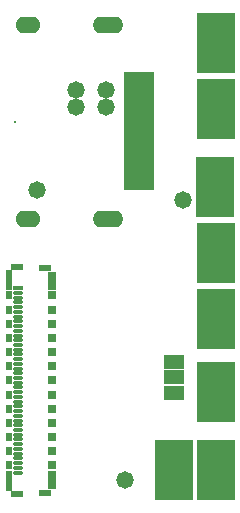
<source format=gts>
G04*
G04 #@! TF.GenerationSoftware,Altium Limited,Altium Designer,18.0.12 (696)*
G04*
G04 Layer_Color=8388736*
%FSLAX25Y25*%
%MOIN*%
G70*
G01*
G75*
%ADD24R,0.10249X0.01902*%
G04:AMPARAMS|DCode=25|XSize=15.87mil|YSize=33.2mil|CornerRadius=5.97mil|HoleSize=0mil|Usage=FLASHONLY|Rotation=270.000|XOffset=0mil|YOffset=0mil|HoleType=Round|Shape=RoundedRectangle|*
%AMROUNDEDRECTD25*
21,1,0.01587,0.02126,0,0,270.0*
21,1,0.00394,0.03320,0,0,270.0*
1,1,0.01194,-0.01063,-0.00197*
1,1,0.01194,-0.01063,0.00197*
1,1,0.01194,0.01063,0.00197*
1,1,0.01194,0.01063,-0.00197*
%
%ADD25ROUNDEDRECTD25*%
%ADD26R,0.04343X0.02375*%
%ADD27R,0.03989X0.01981*%
%ADD28R,0.02808X0.06312*%
%ADD29R,0.02217X0.06548*%
%ADD30R,0.02808X0.02572*%
%ADD31R,0.02217X0.02572*%
%ADD32R,0.03320X0.01587*%
%ADD33R,0.06706X0.04737*%
%ADD34R,0.12611X0.20485*%
%ADD35C,0.00800*%
%ADD36O,0.08280X0.05524*%
%ADD37O,0.10249X0.05524*%
%ADD38C,0.05800*%
D24*
X155260Y217748D02*
D03*
Y215779D02*
D03*
Y213811D02*
D03*
Y209874D02*
D03*
Y205937D02*
D03*
Y203969D02*
D03*
Y200031D02*
D03*
Y196095D02*
D03*
Y194126D02*
D03*
Y192157D02*
D03*
Y188221D02*
D03*
Y182315D02*
D03*
Y202000D02*
D03*
Y198063D02*
D03*
Y190189D02*
D03*
Y186252D02*
D03*
Y184283D02*
D03*
Y180347D02*
D03*
Y211842D02*
D03*
Y207906D02*
D03*
D25*
X115024Y122965D02*
D03*
Y124539D02*
D03*
Y132413D02*
D03*
Y133988D02*
D03*
Y85169D02*
D03*
Y86744D02*
D03*
Y88319D02*
D03*
Y89894D02*
D03*
Y91469D02*
D03*
Y93043D02*
D03*
Y94618D02*
D03*
Y96193D02*
D03*
Y97768D02*
D03*
Y99343D02*
D03*
Y100917D02*
D03*
Y102492D02*
D03*
Y104067D02*
D03*
Y105642D02*
D03*
Y107217D02*
D03*
Y108791D02*
D03*
Y110366D02*
D03*
Y111941D02*
D03*
Y113516D02*
D03*
Y115091D02*
D03*
Y116665D02*
D03*
Y118240D02*
D03*
Y119815D02*
D03*
Y121390D02*
D03*
Y126114D02*
D03*
Y127689D02*
D03*
Y129264D02*
D03*
Y130839D02*
D03*
Y135563D02*
D03*
Y137138D02*
D03*
Y138713D02*
D03*
Y140287D02*
D03*
Y141862D02*
D03*
Y143437D02*
D03*
Y145012D02*
D03*
D26*
X124000Y153417D02*
D03*
Y78339D02*
D03*
D27*
X114728Y153614D02*
D03*
Y78142D02*
D03*
D28*
X126500Y82650D02*
D03*
Y149106D02*
D03*
D29*
X112071Y149362D02*
D03*
Y82394D02*
D03*
D30*
X126500Y139500D02*
D03*
Y144224D02*
D03*
Y125327D02*
D03*
Y130051D02*
D03*
Y134776D02*
D03*
Y106429D02*
D03*
Y111153D02*
D03*
Y120602D02*
D03*
Y115878D02*
D03*
Y96980D02*
D03*
Y101705D02*
D03*
Y92256D02*
D03*
Y87532D02*
D03*
D31*
X112071Y92256D02*
D03*
Y87532D02*
D03*
Y106429D02*
D03*
Y111153D02*
D03*
Y101705D02*
D03*
Y96980D02*
D03*
Y125327D02*
D03*
Y120602D02*
D03*
Y115878D02*
D03*
Y134776D02*
D03*
Y130051D02*
D03*
Y139500D02*
D03*
Y144224D02*
D03*
D32*
X115024Y146587D02*
D03*
D33*
X167000Y116941D02*
D03*
Y122059D02*
D03*
Y111823D02*
D03*
D34*
X181000Y228500D02*
D03*
X167000Y86000D02*
D03*
X181000D02*
D03*
Y112000D02*
D03*
X180800Y180200D02*
D03*
X181000Y158500D02*
D03*
Y136500D02*
D03*
Y206500D02*
D03*
D35*
X114000Y202000D02*
D03*
D36*
X118331Y234480D02*
D03*
Y169520D02*
D03*
D37*
X145024Y234480D02*
D03*
Y169520D02*
D03*
D38*
X150850Y82650D02*
D03*
X170000Y176000D02*
D03*
X121500Y179500D02*
D03*
X134500Y212724D02*
D03*
Y207024D02*
D03*
X144500Y212724D02*
D03*
Y207024D02*
D03*
M02*

</source>
